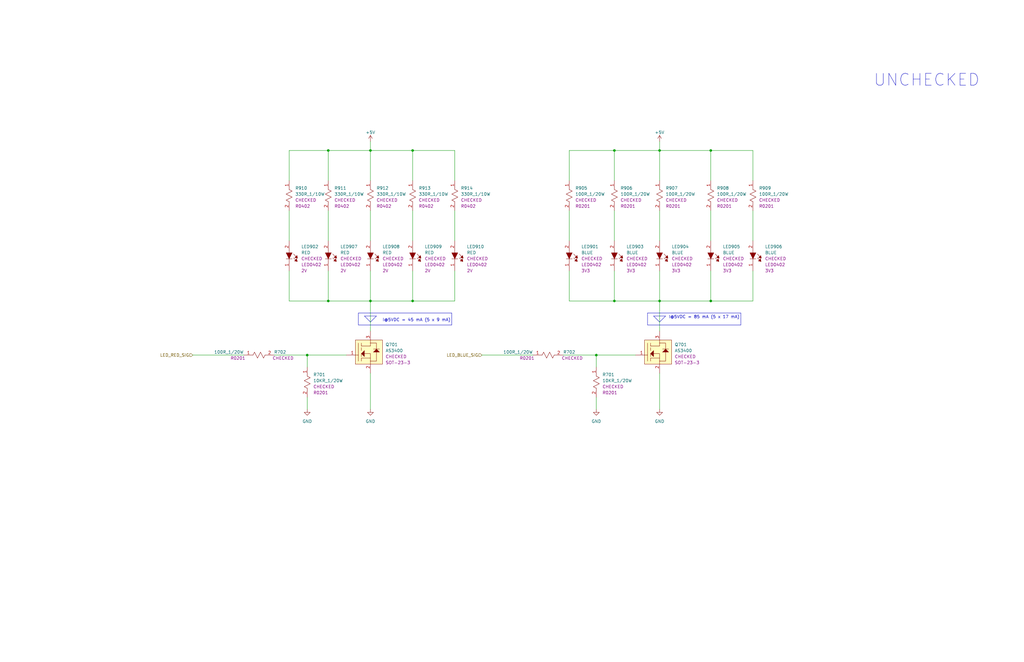
<source format=kicad_sch>
(kicad_sch (version 20230121) (generator eeschema)
  (paper "B")
  (lib_symbols
    (symbol "_SCHLIB_HotPlate:LED_BLUE_0402"
      (property "Reference" "LED" (at 2.54 5.08 0))
      (property "Value" "BLUE" (at 2.54 7.62 0))
      (property "SCH CHECK" "CHECKED" (at 2.54 22.86 0))
      (property "Package" "LED0402" (at 2.54 25.4 0))
      (property "VOLTAGE RATED" "3V3" (at 2.54 27.94 0))
      (symbol "LED_BLUE_0402_0_1"
        (polyline (pts (xy 5.588 1.905) (xy 6.604 2.794)))
        (polyline (pts (xy 7.239 1.905) (xy 8.001 2.667)))
        (polyline (pts (xy 7.62 -1.27) (xy 7.62 1.27)))
        (polyline (pts (xy 5.08 1.27) (xy 5.08 -1.27) (xy 7.62 0) (xy 5.08 1.27)) (fill (type outline)))
        (polyline (pts (xy 6.223 3.302) (xy 7.112 2.413) (xy 7.366 3.556) (xy 6.223 3.302)) (fill (type outline)))
        (polyline (pts (xy 7.62 3.175) (xy 8.509 2.286) (xy 8.763 3.429) (xy 7.62 3.175)) (fill (type outline)))
      )
      (symbol "LED_BLUE_0402_1_1"
        (pin passive line (at 12.7 0 180) (length 5.08) (name "") (number "1"))
        (pin passive line (at 0 0 0) (length 5.08) (name "") (number "2"))
      )
    )
    (symbol "_SCHLIB_HotPlate:LED_RED_0402"
      (property "Reference" "LED" (at 2.54 6.35 0))
      (property "Value" "RED" (at 2.54 8.89 0))
      (property "SCH CHECK" "CHECKED" (at 2.54 24.13 0))
      (property "Package" "LED0402" (at 2.54 26.67 0))
      (property "VOLTAGE RATED" "2V" (at 2.54 29.21 0))
      (symbol "LED_RED_0402_0_1"
        (polyline (pts (xy 5.588 1.905) (xy 6.604 2.794)))
        (polyline (pts (xy 7.239 1.905) (xy 8.001 2.667)))
        (polyline (pts (xy 7.62 -1.27) (xy 7.62 1.27)))
        (polyline (pts (xy 5.08 1.27) (xy 5.08 -1.27) (xy 7.62 0) (xy 5.08 1.27)) (fill (type outline)))
        (polyline (pts (xy 6.223 3.302) (xy 7.112 2.413) (xy 7.366 3.556) (xy 6.223 3.302)) (fill (type outline)))
        (polyline (pts (xy 7.62 3.175) (xy 8.509 2.286) (xy 8.763 3.429) (xy 7.62 3.175)) (fill (type outline)))
      )
      (symbol "LED_RED_0402_1_1"
        (pin passive line (at 12.7 0 180) (length 5.08) (name "") (number "1"))
        (pin passive line (at 0 0 0) (length 5.08) (name "") (number "2"))
      )
    )
    (symbol "_SCHLIB_HotPlate:Q_AS3400"
      (property "Reference" "Q" (at 2.54 2.54 0))
      (property "Value" "AS3400" (at 2.54 5.08 0))
      (property "SCH CHECK" "CHECKED" (at 2.54 20.32 0))
      (property "Package" "SOT-23-3" (at 2.54 22.86 0))
      (symbol "Q_AS3400_0_1"
        (polyline (pts (xy 5.08 -5.08) (xy 5.08 -12.7)))
        (polyline (pts (xy 6.35 -11.43) (xy 6.35 -12.7)))
        (polyline (pts (xy 6.35 -9.525) (xy 6.35 -10.795)))
        (polyline (pts (xy 6.35 -6.985) (xy 6.35 -8.255)))
        (polyline (pts (xy 6.35 -5.08) (xy 6.35 -6.35)))
        (polyline (pts (xy 11.43 -7.62) (xy 13.97 -7.62)))
        (polyline (pts (xy 6.35 -11.43) (xy 10.16 -11.43) (xy 10.16 -12.7)))
        (polyline (pts (xy 6.35 -6.35) (xy 10.16 -6.35) (xy 10.16 -5.08)))
        (polyline (pts (xy 10.16 -11.43) (xy 10.16 -9.525) (xy 6.35 -9.525)))
        (polyline (pts (xy 7.62 -8.255) (xy 6.35 -9.525) (xy 7.62 -10.795) (xy 7.62 -8.255)) (fill (type outline)))
        (polyline (pts (xy 10.16 -12.7) (xy 12.7 -12.7) (xy 12.7 -5.08) (xy 10.16 -5.08)))
        (polyline (pts (xy 11.43 -8.89) (xy 12.7 -7.62) (xy 13.97 -8.89) (xy 11.43 -8.89)) (fill (type outline)))
        (rectangle (start 3.81 -3.81) (end 15.24 -13.97) (fill (type background)))
      )
      (symbol "Q_AS3400_1_1"
        (pin passive line (at 0 -10.16 0) (length 5.08) (name "") (number "1"))
        (pin passive line (at 10.16 -17.78 90) (length 5.08) (name "") (number "2"))
        (pin passive line (at 10.16 0 270) (length 5.08) (name "") (number "3"))
      )
    )
    (symbol "_SCHLIB_HotPlate:RES_100R_1/20W-R0201"
      (property "Reference" "R" (at 2.54 3.81 0))
      (property "Value" "100R_1{slash}20W" (at 2.54 6.35 0))
      (property "SCH CHECK" "CHECKED" (at 2.54 21.59 0))
      (property "Package" "R0201" (at 2.54 24.13 0))
      (symbol "RES_100R_1/20W-R0201_0_0"
        (polyline (pts (xy 3.81 0) (xy 4.445 1.27) (xy 5.715 -1.27) (xy 6.985 1.27) (xy 8.255 -1.27) (xy 8.89 0)))
      )
      (symbol "RES_100R_1/20W-R0201_1_1"
        (pin passive line (at 0 0 0) (length 3.81) (name "") (number "1"))
        (pin passive line (at 12.7 0 180) (length 3.81) (name "") (number "2"))
      )
    )
    (symbol "_SCHLIB_HotPlate:RES_10KR_1/20W-R0201"
      (property "Reference" "R" (at 2.54 5.08 0))
      (property "Value" "10KR_1{slash}20W" (at 2.54 7.62 0))
      (property "SCH CHECK" "CHECKED" (at 2.54 22.86 0))
      (property "Package" "R0201" (at 2.54 25.4 0))
      (symbol "RES_10KR_1/20W-R0201_0_0"
        (polyline (pts (xy 3.81 0) (xy 4.445 1.27) (xy 5.715 -1.27) (xy 6.985 1.27) (xy 8.255 -1.27) (xy 8.89 0)))
      )
      (symbol "RES_10KR_1/20W-R0201_1_1"
        (pin passive line (at 0 0 0) (length 3.81) (name "") (number "1"))
        (pin passive line (at 12.7 0 180) (length 3.81) (name "") (number "2"))
      )
    )
    (symbol "_SCHLIB_HotPlate:RES_330R_1/10W-R0402"
      (property "Reference" "R" (at 3.81 5.08 0))
      (property "Value" "330R_1{slash}10W" (at 3.81 7.62 0))
      (property "SCH CHECK" "CHECKED" (at 3.81 22.86 0))
      (property "Package" "R0402" (at 3.81 25.4 0))
      (symbol "RES_330R_1/10W-R0402_0_0"
        (polyline (pts (xy 3.81 0) (xy 4.445 1.27) (xy 5.715 -1.27) (xy 6.985 1.27) (xy 8.255 -1.27) (xy 8.89 0)))
      )
      (symbol "RES_330R_1/10W-R0402_1_1"
        (pin passive line (at 0 0 0) (length 3.81) (name "") (number "1"))
        (pin passive line (at 12.7 0 180) (length 3.81) (name "") (number "2"))
      )
    )
    (symbol "power:+5V" (power) (pin_names (offset 0))
      (property "Value" "+5V" (at 0 3.556 0))
      (symbol "+5V_0_1"
        (polyline (pts (xy -0.762 1.27) (xy 0 2.54)))
        (polyline (pts (xy 0 0) (xy 0 2.54)))
        (polyline (pts (xy 0 2.54) (xy 0.762 1.27)))
      )
      (symbol "+5V_1_1"
        (pin power_in line (at 0 0 90) (length 0) hide (name "+5V") (number "1"))
      )
    )
    (symbol "power:GND" (power) (pin_names (offset 0))
      (property "Value" "GND" (at 0 -3.81 0))
      (symbol "GND_0_1"
        (polyline (pts (xy 0 0) (xy 0 -1.27) (xy 1.27 -1.27) (xy 0 -2.54) (xy -1.27 -1.27) (xy 0 -1.27)))
      )
      (symbol "GND_1_1"
        (pin power_in line (at 0 0 270) (length 0) hide (name "GND") (number "1"))
      )
    )
  )
  (junction (at 173.99 63.5))
  (junction (at 129.54 149.86))
  (junction (at 173.99 127))
  (junction (at 251.46 149.86))
  (junction (at 299.72 63.5))
  (junction (at 259.08 127))
  (junction (at 278.13 127))
  (junction (at 156.21 127))
  (junction (at 278.13 63.5))
  (junction (at 299.72 127))
  (junction (at 138.43 127))
  (junction (at 259.08 63.5))
  (junction (at 156.21 63.5))
  (junction (at 138.43 63.5))
  (wire (pts (xy 240.03 63.5) (xy 240.03 76.2)))
  (wire (pts (xy 299.72 88.9) (xy 299.72 101.6)))
  (wire (pts (xy 191.77 114.3) (xy 191.77 127)))
  (wire (pts (xy 156.21 127) (xy 156.21 139.7)))
  (wire (pts (xy 156.21 63.5) (xy 173.99 63.5)))
  (wire (pts (xy 156.21 88.9) (xy 156.21 101.6)))
  (wire (pts (xy 173.99 88.9) (xy 173.99 101.6)))
  (wire (pts (xy 121.92 88.9) (xy 121.92 101.6)))
  (wire (pts (xy 115.57 149.86) (xy 129.54 149.86)))
  (wire (pts (xy 278.13 88.9) (xy 278.13 101.6)))
  (wire (pts (xy 317.5 127) (xy 299.72 127)))
  (wire (pts (xy 129.54 149.86) (xy 146.05 149.86)))
  (wire (pts (xy 191.77 127) (xy 173.99 127)))
  (wire (pts (xy 259.08 127) (xy 278.13 127)))
  (wire (pts (xy 317.5 76.2) (xy 317.5 63.5)))
  (wire (pts (xy 138.43 63.5) (xy 156.21 63.5)))
  (wire (pts (xy 156.21 172.72) (xy 156.21 157.48)))
  (polyline (pts (xy 153.67 133.35) (xy 158.75 133.35)))
  (wire (pts (xy 191.77 63.5) (xy 191.77 76.2)))
  (wire (pts (xy 203.2 149.86) (xy 224.79 149.86)))
  (wire (pts (xy 259.08 114.3) (xy 259.08 127)))
  (polyline (pts (xy 153.67 133.35) (xy 156.21 135.89)))
  (wire (pts (xy 299.72 63.5) (xy 299.72 76.2)))
  (polyline (pts (xy 156.21 135.89) (xy 158.75 133.35)))
  (wire (pts (xy 173.99 63.5) (xy 173.99 76.2)))
  (wire (pts (xy 121.92 127) (xy 138.43 127)))
  (polyline (pts (xy 275.59 133.35) (xy 278.13 135.89)))
  (wire (pts (xy 259.08 88.9) (xy 259.08 101.6)))
  (wire (pts (xy 191.77 88.9) (xy 191.77 101.6)))
  (wire (pts (xy 138.43 76.2) (xy 138.43 63.5)))
  (wire (pts (xy 317.5 114.3) (xy 317.5 127)))
  (wire (pts (xy 240.03 114.3) (xy 240.03 127)))
  (wire (pts (xy 121.92 76.2) (xy 121.92 63.5)))
  (wire (pts (xy 129.54 172.72) (xy 129.54 167.64)))
  (wire (pts (xy 129.54 149.86) (xy 129.54 154.94)))
  (wire (pts (xy 278.13 114.3) (xy 278.13 127)))
  (wire (pts (xy 251.46 172.72) (xy 251.46 167.64)))
  (wire (pts (xy 121.92 63.5) (xy 138.43 63.5)))
  (wire (pts (xy 156.21 63.5) (xy 156.21 76.2)))
  (wire (pts (xy 251.46 149.86) (xy 267.97 149.86)))
  (wire (pts (xy 173.99 127) (xy 156.21 127)))
  (polyline (pts (xy 275.59 133.35) (xy 280.67 133.35)))
  (wire (pts (xy 240.03 88.9) (xy 240.03 101.6)))
  (wire (pts (xy 138.43 88.9) (xy 138.43 101.6)))
  (wire (pts (xy 240.03 127) (xy 259.08 127)))
  (wire (pts (xy 259.08 63.5) (xy 259.08 76.2)))
  (wire (pts (xy 156.21 114.3) (xy 156.21 127)))
  (wire (pts (xy 299.72 114.3) (xy 299.72 127)))
  (wire (pts (xy 237.49 149.86) (xy 251.46 149.86)))
  (wire (pts (xy 278.13 127) (xy 278.13 139.7)))
  (wire (pts (xy 299.72 127) (xy 278.13 127)))
  (wire (pts (xy 251.46 149.86) (xy 251.46 154.94)))
  (polyline (pts (xy 278.13 135.89) (xy 280.67 133.35)))
  (wire (pts (xy 81.28 149.86) (xy 102.87 149.86)))
  (wire (pts (xy 278.13 172.72) (xy 278.13 157.48)))
  (wire (pts (xy 259.08 63.5) (xy 240.03 63.5)))
  (wire (pts (xy 317.5 88.9) (xy 317.5 101.6)))
  (wire (pts (xy 156.21 59.69) (xy 156.21 63.5)))
  (wire (pts (xy 278.13 63.5) (xy 278.13 76.2)))
  (wire (pts (xy 278.13 59.69) (xy 278.13 63.5)))
  (wire (pts (xy 317.5 63.5) (xy 299.72 63.5)))
  (wire (pts (xy 278.13 63.5) (xy 259.08 63.5)))
  (wire (pts (xy 173.99 114.3) (xy 173.99 127)))
  (wire (pts (xy 121.92 114.3) (xy 121.92 127)))
  (wire (pts (xy 138.43 114.3) (xy 138.43 127)))
  (wire (pts (xy 173.99 63.5) (xy 191.77 63.5)))
  (wire (pts (xy 299.72 63.5) (xy 278.13 63.5)))
  (wire (pts (xy 138.43 127) (xy 156.21 127)))
  (rectangle (start 151.13 132.08) (end 190.5 137.16))
  (rectangle (start 273.05 132.08) (end 312.42 137.16))
  (text "I@5VDC = 45 mA (5 x 9 mA)" (at 161.29 135.89 0) (effects (font (size 1.27 1.27)) (justify left bottom)))
  (text "UNCHECKED" (at 368.3 36.83 0) (effects (font (size 5 5)) (justify left bottom)))
  (text "I@5VDC = 85 mA (5 x 17 mA)" (at 281.94 134.62 0) (effects (font (size 1.27 1.27)) (justify left bottom)))
  (hierarchical_label "LED_BLUE_SIG" (shape input) (at 203.2 149.86 180))
  (hierarchical_label "LED_RED_SIG" (shape input) (at 81.28 149.86 180))
  (symbol (lib_id "_SCHLIB_HotPlate:RES_100R_1/20W-R0201") (at 240.03 76.2 270) (unit 1)
    (property "Reference" "R905" (at 242.57 79.375 90) (effects (justify left)))
    (property "Value" "100R_1/20W" (at 242.57 81.915 90) (effects (justify left)))
    (property "Footprint" "Resistor_SMD:R_0201_0603Metric" (effects hide))
    (property "Datasheet" "https://www.seielect.com/Catalog/SEI-RMCF_RMCP.pdf" (effects hide))
    (property "Description" "100 Ohms ±1% 0.05W, 1/20W Chip Resistor 0201 (0603 Metric) Thick Film" (effects hide))
    (property "Part Number" "RMCF0201FT100R" (effects hide))
    (property "Link" "https://www.digikey.ca/en/products/detail/stackpole-electronics-inc/RMCF0201FT100R/1714988" (effects hide))
    (property "SCH CHECK" "CHECKED" (at 242.57 84.455 90) (effects (justify left)))
    (property "Package" "R0201" (at 242.57 86.995 90) (effects (justify left)))
  )
  (symbol (lib_id "_SCHLIB_HotPlate:RES_330R_1/10W-R0402") (at 121.92 76.2 270) (unit 1)
    (property "Reference" "R910" (at 124.46 79.375 90) (effects (justify left)))
    (property "Value" "330R_1/10W" (at 124.46 81.915 90) (effects (justify left)))
    (property "Footprint" "Resistor_SMD:R_0402_1005Metric" (effects hide))
    (property "Datasheet" "https://industrial.panasonic.com/cdbs/www-data/pdf/RDA0000/AOA0000C304.pdf" (effects hide))
    (property "Description" "330 Ohms ±1% 0.1W, 1/10W Chip Resistor 0402 (1005 Metric) Automotive AEC-Q200 Thick Film" (effects hide))
    (property "Part Number" "ERJ-2RKF3300X" (effects hide))
    (property "Link" "https://www.digikey.ca/en/products/detail/panasonic-electronic-components/ERJ-2RKF3300X/1746189" (effects hide))
    (property "SCH CHECK" "CHECKED" (at 124.46 84.455 90) (effects (justify left)))
    (property "Package" "R0402" (at 124.46 86.995 90) (effects (justify left)))
  )
  (symbol (lib_id "_SCHLIB_HotPlate:RES_10KR_1/20W-R0201") (at 129.54 154.94 270) (unit 1)
    (property "Reference" "R701" (at 132.08 158.115 90) (effects (justify left)))
    (property "Value" "10KR_1/20W" (at 132.08 160.655 90) (effects (justify left)))
    (property "Footprint" "Resistor_SMD:R_0201_0603Metric" (effects hide))
    (property "Datasheet" "https://www.seielect.com/Catalog/SEI-RMCF_RMCP.pdf" (effects hide))
    (property "Description" "10 kOhms ±1% 0.05W, 1/20W Chip Resistor 0201 (0603 Metric) Thick Film" (effects hide))
    (property "Part Number" "RMCF0201FT10K0" (effects hide))
    (property "Link" "https://www.digikey.ca/en/products/detail/stackpole-electronics-inc/RMCF0201FT10K0/1714990" (effects hide))
    (property "SCH CHECK" "CHECKED" (at 132.08 163.195 90) (effects (justify left)))
    (property "Package" "R0201" (at 132.08 165.735 90) (effects (justify left)))
    (instances (project "_HW_HotPlate" (path "" (reference "R701") (unit 1)) (path "" (reference "R902") (unit 1))))
  )
  (symbol (lib_id "_SCHLIB_HotPlate:LED_RED_0402") (at 121.92 101.6 270) (unit 1)
    (property "Reference" "LED902" (at 127 104.0765 90) (effects (justify left)))
    (property "Value" "RED" (at 127 106.6165 90) (effects (justify left)))
    (property "Footprint" "LED_SMD:LED_0402_1005Metric" (effects hide))
    (property "Datasheet" "https://media.digikey.com/pdf/Data%20Sheets/Harvatek%20PDFs/B2841USD-20D001014U1930.pdf" (effects hide))
    (property "Description" "Red 624nm LED Indication - Discrete 2V 0402 (1005 Metric)" (effects hide))
    (property "Part Number" "B2841USD-20D001014U1930" (effects hide))
    (property "Link" "https://www.digikey.ca/en/products/detail/harvatek-corporation/B2841USD-20D001014U1930/16729514?s=N4IgTCBcDaIEJgBwBYCMBVAygEQLRgAZsCDVTl1UBOAZgJAF0BfIA" (effects hide))
    (property "SCH CHECK" "CHECKED" (at 127 109.1565 90) (effects (justify left)))
    (property "Package" "LED0402" (at 127 111.6965 90) (effects (justify left)))
    (property "VOLTAGE RATED" "2V" (at 127 114.2365 90) (effects (justify left)))
  )
  (symbol (lib_id "power:+5V") (at 278.13 59.69 0) (unit 1)
    (property "Reference" "#PWR0902" (effects hide))
    (property "Value" "+5V" (at 278.13 55.88 0))
  )
  (symbol (lib_id "power:GND") (at 129.54 172.72 0) (unit 1)
    (property "Reference" "#PWR0702" (effects hide))
    (property "Value" "GND" (at 129.54 177.8 0))
    (instances (project "_HW_HotPlate" (path "" (reference "#PWR0702") (unit 1)) (path "" (reference "#PWR0903") (unit 1))))
  )
  (symbol (lib_id "_SCHLIB_HotPlate:LED_BLUE_0402") (at 278.13 101.6 270) (unit 1)
    (property "Reference" "LED904" (at 283.21 104.0765 90) (effects (justify left)))
    (property "Value" "BLUE" (at 283.21 106.6165 90) (effects (justify left)))
    (property "Footprint" "LED_SMD:LED_0402_1005Metric" (effects hide))
    (property "Datasheet" "https://media.digikey.com/pdf/Data%20Sheets/Harvatek%20PDFs/B2841NB--20C001414U1930.pdf" (effects hide))
    (property "Description" "Blue 470nm LED Indication - Discrete 3.3V 0402 (1005 Metric)" (effects hide))
    (property "Part Number" "B2841NB--20C001414U1930" (effects hide))
    (property "Link" "https://www.digikey.ca/en/products/detail/harvatek-corporation/B2841NB-20C001414U1930/16729522" (effects hide))
    (property "SCH CHECK" "CHECKED" (at 283.21 109.1565 90) (effects (justify left)))
    (property "Package" "LED0402" (at 283.21 111.6965 90) (effects (justify left)))
    (property "VOLTAGE RATED" "3V3" (at 283.21 114.2365 90) (effects (justify left)))
  )
  (symbol (lib_id "_SCHLIB_HotPlate:LED_BLUE_0402") (at 317.5 101.6 270) (unit 1)
    (property "Reference" "LED906" (at 322.58 104.0765 90) (effects (justify left)))
    (property "Value" "BLUE" (at 322.58 106.6165 90) (effects (justify left)))
    (property "Footprint" "LED_SMD:LED_0402_1005Metric" (effects hide))
    (property "Datasheet" "https://media.digikey.com/pdf/Data%20Sheets/Harvatek%20PDFs/B2841NB--20C001414U1930.pdf" (effects hide))
    (property "Description" "Blue 470nm LED Indication - Discrete 3.3V 0402 (1005 Metric)" (effects hide))
    (property "Part Number" "B2841NB--20C001414U1930" (effects hide))
    (property "Link" "https://www.digikey.ca/en/products/detail/harvatek-corporation/B2841NB-20C001414U1930/16729522" (effects hide))
    (property "SCH CHECK" "CHECKED" (at 322.58 109.1565 90) (effects (justify left)))
    (property "Package" "LED0402" (at 322.58 111.6965 90) (effects (justify left)))
    (property "VOLTAGE RATED" "3V3" (at 322.58 114.2365 90) (effects (justify left)))
  )
  (symbol (lib_id "_SCHLIB_HotPlate:LED_RED_0402") (at 138.43 101.6 270) (unit 1)
    (property "Reference" "LED907" (at 143.51 104.0765 90) (effects (justify left)))
    (property "Value" "RED" (at 143.51 106.6165 90) (effects (justify left)))
    (property "Footprint" "LED_SMD:LED_0402_1005Metric" (effects hide))
    (property "Datasheet" "https://media.digikey.com/pdf/Data%20Sheets/Harvatek%20PDFs/B2841USD-20D001014U1930.pdf" (effects hide))
    (property "Description" "Red 624nm LED Indication - Discrete 2V 0402 (1005 Metric)" (effects hide))
    (property "Part Number" "B2841USD-20D001014U1930" (effects hide))
    (property "Link" "https://www.digikey.ca/en/products/detail/harvatek-corporation/B2841USD-20D001014U1930/16729514?s=N4IgTCBcDaIEJgBwBYCMBVAygEQLRgAZsCDVTl1UBOAZgJAF0BfIA" (effects hide))
    (property "SCH CHECK" "CHECKED" (at 143.51 109.1565 90) (effects (justify left)))
    (property "Package" "LED0402" (at 143.51 111.6965 90) (effects (justify left)))
    (property "VOLTAGE RATED" "2V" (at 143.51 114.2365 90) (effects (justify left)))
  )
  (symbol (lib_id "_SCHLIB_HotPlate:Q_AS3400") (at 146.05 139.7 0) (unit 1)
    (property "Reference" "Q701" (at 162.56 145.415 0) (effects (justify left)))
    (property "Value" "AS3400" (at 162.56 147.955 0) (effects (justify left)))
    (property "Footprint" "Package_TO_SOT_SMD:SOT-23-3" (effects hide))
    (property "Datasheet" "https://media.digikey.com/pdf/Data%20Sheets/Anbon%20Semi%20PDFs/AS3400.pdf" (effects hide))
    (property "Description" "N-Channel 30 V 5.6A (Ta) 1.2W (Ta) Surface Mount SOT-23" (effects hide))
    (property "Part Number" "AS3400" (effects hide))
    (property "Link" "https://www.digikey.ca/en/products/detail/anbon-semiconductor-int-l-limited/AS3400/16708476" (effects hide))
    (property "SCH CHECK" "CHECKED" (at 162.56 150.495 0) (effects (justify left)))
    (property "Package" "SOT-23-3" (at 162.56 153.035 0) (effects (justify left)))
    (instances (project "_HW_HotPlate" (path "" (reference "Q701") (unit 1)) (path "" (reference "Q901") (unit 1))))
  )
  (symbol (lib_id "power:GND") (at 156.21 172.72 0) (unit 1)
    (property "Reference" "#PWR0701" (effects hide))
    (property "Value" "GND" (at 156.21 177.8 0))
    (instances (project "_HW_HotPlate" (path "" (reference "#PWR0701") (unit 1)) (path "" (reference "#PWR0904") (unit 1))))
  )
  (symbol (lib_id "_SCHLIB_HotPlate:LED_RED_0402") (at 156.21 101.6 270) (unit 1)
    (property "Reference" "LED908" (at 161.29 104.0765 90) (effects (justify left)))
    (property "Value" "RED" (at 161.29 106.6165 90) (effects (justify left)))
    (property "Footprint" "LED_SMD:LED_0402_1005Metric" (effects hide))
    (property "Datasheet" "https://media.digikey.com/pdf/Data%20Sheets/Harvatek%20PDFs/B2841USD-20D001014U1930.pdf" (effects hide))
    (property "Description" "Red 624nm LED Indication - Discrete 2V 0402 (1005 Metric)" (effects hide))
    (property "Part Number" "B2841USD-20D001014U1930" (effects hide))
    (property "Link" "https://www.digikey.ca/en/products/detail/harvatek-corporation/B2841USD-20D001014U1930/16729514?s=N4IgTCBcDaIEJgBwBYCMBVAygEQLRgAZsCDVTl1UBOAZgJAF0BfIA" (effects hide))
    (property "SCH CHECK" "CHECKED" (at 161.29 109.1565 90) (effects (justify left)))
    (property "Package" "LED0402" (at 161.29 111.6965 90) (effects (justify left)))
    (property "VOLTAGE RATED" "2V" (at 161.29 114.2365 90) (effects (justify left)))
  )
  (symbol (lib_id "_SCHLIB_HotPlate:LED_BLUE_0402") (at 259.08 101.6 270) (unit 1)
    (property "Reference" "LED903" (at 264.16 104.0765 90) (effects (justify left)))
    (property "Value" "BLUE" (at 264.16 106.6165 90) (effects (justify left)))
    (property "Footprint" "LED_SMD:LED_0402_1005Metric" (effects hide))
    (property "Datasheet" "https://media.digikey.com/pdf/Data%20Sheets/Harvatek%20PDFs/B2841NB--20C001414U1930.pdf" (effects hide))
    (property "Description" "Blue 470nm LED Indication - Discrete 3.3V 0402 (1005 Metric)" (effects hide))
    (property "Part Number" "B2841NB--20C001414U1930" (effects hide))
    (property "Link" "https://www.digikey.ca/en/products/detail/harvatek-corporation/B2841NB-20C001414U1930/16729522" (effects hide))
    (property "SCH CHECK" "CHECKED" (at 264.16 109.1565 90) (effects (justify left)))
    (property "Package" "LED0402" (at 264.16 111.6965 90) (effects (justify left)))
    (property "VOLTAGE RATED" "3V3" (at 264.16 114.2365 90) (effects (justify left)))
  )
  (symbol (lib_id "_SCHLIB_HotPlate:LED_BLUE_0402") (at 299.72 101.6 270) (unit 1)
    (property "Reference" "LED905" (at 304.8 104.0765 90) (effects (justify left)))
    (property "Value" "BLUE" (at 304.8 106.6165 90) (effects (justify left)))
    (property "Footprint" "LED_SMD:LED_0402_1005Metric" (effects hide))
    (property "Datasheet" "https://media.digikey.com/pdf/Data%20Sheets/Harvatek%20PDFs/B2841NB--20C001414U1930.pdf" (effects hide))
    (property "Description" "Blue 470nm LED Indication - Discrete 3.3V 0402 (1005 Metric)" (effects hide))
    (property "Part Number" "B2841NB--20C001414U1930" (effects hide))
    (property "Link" "https://www.digikey.ca/en/products/detail/harvatek-corporation/B2841NB-20C001414U1930/16729522" (effects hide))
    (property "SCH CHECK" "CHECKED" (at 304.8 109.1565 90) (effects (justify left)))
    (property "Package" "LED0402" (at 304.8 111.6965 90) (effects (justify left)))
    (property "VOLTAGE RATED" "3V3" (at 304.8 114.2365 90) (effects (justify left)))
  )
  (symbol (lib_id "_SCHLIB_HotPlate:RES_330R_1/10W-R0402") (at 173.99 76.2 270) (unit 1)
    (property "Reference" "R913" (at 176.53 79.375 90) (effects (justify left)))
    (property "Value" "330R_1/10W" (at 176.53 81.915 90) (effects (justify left)))
    (property "Footprint" "Resistor_SMD:R_0402_1005Metric" (effects hide))
    (property "Datasheet" "https://industrial.panasonic.com/cdbs/www-data/pdf/RDA0000/AOA0000C304.pdf" (effects hide))
    (property "Description" "330 Ohms ±1% 0.1W, 1/10W Chip Resistor 0402 (1005 Metric) Automotive AEC-Q200 Thick Film" (effects hide))
    (property "Part Number" "ERJ-2RKF3300X" (effects hide))
    (property "Link" "https://www.digikey.ca/en/products/detail/panasonic-electronic-components/ERJ-2RKF3300X/1746189" (effects hide))
    (property "SCH CHECK" "CHECKED" (at 176.53 84.455 90) (effects (justify left)))
    (property "Package" "R0402" (at 176.53 86.995 90) (effects (justify left)))
  )
  (symbol (lib_id "power:GND") (at 251.46 172.72 0) (unit 1)
    (property "Reference" "#PWR0702" (effects hide))
    (property "Value" "GND" (at 251.46 177.8 0))
    (instances (project "_HW_HotPlate" (path "" (reference "#PWR0702") (unit 1)) (path "" (reference "#PWR0905") (unit 1))))
  )
  (symbol (lib_id "power:GND") (at 278.13 172.72 0) (unit 1)
    (property "Reference" "#PWR0701" (effects hide))
    (property "Value" "GND" (at 278.13 177.8 0))
    (instances (project "_HW_HotPlate" (path "" (reference "#PWR0701") (unit 1)) (path "" (reference "#PWR0906") (unit 1))))
  )
  (symbol (lib_id "_SCHLIB_HotPlate:Q_AS3400") (at 267.97 139.7 0) (unit 1)
    (property "Reference" "Q701" (at 284.48 145.415 0) (effects (justify left)))
    (property "Value" "AS3400" (at 284.48 147.955 0) (effects (justify left)))
    (property "Footprint" "Package_TO_SOT_SMD:SOT-23-3" (effects hide))
    (property "Datasheet" "https://media.digikey.com/pdf/Data%20Sheets/Anbon%20Semi%20PDFs/AS3400.pdf" (effects hide))
    (property "Description" "N-Channel 30 V 5.6A (Ta) 1.2W (Ta) Surface Mount SOT-23" (effects hide))
    (property "Part Number" "AS3400" (effects hide))
    (property "Link" "https://www.digikey.ca/en/products/detail/anbon-semiconductor-int-l-limited/AS3400/16708476" (effects hide))
    (property "SCH CHECK" "CHECKED" (at 284.48 150.495 0) (effects (justify left)))
    (property "Package" "SOT-23-3" (at 284.48 153.035 0) (effects (justify left)))
    (instances (project "_HW_HotPlate" (path "" (reference "Q701") (unit 1)) (path "" (reference "Q902") (unit 1))))
  )
  (symbol (lib_id "_SCHLIB_HotPlate:LED_RED_0402") (at 191.77 101.6 270) (unit 1)
    (property "Reference" "LED910" (at 196.85 104.0765 90) (effects (justify left)))
    (property "Value" "RED" (at 196.85 106.6165 90) (effects (justify left)))
    (property "Footprint" "LED_SMD:LED_0402_1005Metric" (effects hide))
    (property "Datasheet" "https://media.digikey.com/pdf/Data%20Sheets/Harvatek%20PDFs/B2841USD-20D001014U1930.pdf" (effects hide))
    (property "Description" "Red 624nm LED Indication - Discrete 2V 0402 (1005 Metric)" (effects hide))
    (property "Part Number" "B2841USD-20D001014U1930" (effects hide))
    (property "Link" "https://www.digikey.ca/en/products/detail/harvatek-corporation/B2841USD-20D001014U1930/16729514?s=N4IgTCBcDaIEJgBwBYCMBVAygEQLRgAZsCDVTl1UBOAZgJAF0BfIA" (effects hide))
    (property "SCH CHECK" "CHECKED" (at 196.85 109.1565 90) (effects (justify left)))
    (property "Package" "LED0402" (at 196.85 111.6965 90) (effects (justify left)))
    (property "VOLTAGE RATED" "2V" (at 196.85 114.2365 90) (effects (justify left)))
  )
  (symbol (lib_id "_SCHLIB_HotPlate:RES_100R_1/20W-R0201") (at 299.72 76.2 270) (unit 1)
    (property "Reference" "R908" (at 302.26 79.375 90) (effects (justify left)))
    (property "Value" "100R_1/20W" (at 302.26 81.915 90) (effects (justify left)))
    (property "Footprint" "Resistor_SMD:R_0201_0603Metric" (effects hide))
    (property "Datasheet" "https://www.seielect.com/Catalog/SEI-RMCF_RMCP.pdf" (effects hide))
    (property "Description" "100 Ohms ±1% 0.05W, 1/20W Chip Resistor 0201 (0603 Metric) Thick Film" (effects hide))
    (property "Part Number" "RMCF0201FT100R" (effects hide))
    (property "Link" "https://www.digikey.ca/en/products/detail/stackpole-electronics-inc/RMCF0201FT100R/1714988" (effects hide))
    (property "SCH CHECK" "CHECKED" (at 302.26 84.455 90) (effects (justify left)))
    (property "Package" "R0201" (at 302.26 86.995 90) (effects (justify left)))
  )
  (symbol (lib_id "_SCHLIB_HotPlate:RES_10KR_1/20W-R0201") (at 251.46 154.94 270) (unit 1)
    (property "Reference" "R701" (at 254 158.115 90) (effects (justify left)))
    (property "Value" "10KR_1/20W" (at 254 160.655 90) (effects (justify left)))
    (property "Footprint" "Resistor_SMD:R_0201_0603Metric" (effects hide))
    (property "Datasheet" "https://www.seielect.com/Catalog/SEI-RMCF_RMCP.pdf" (effects hide))
    (property "Description" "10 kOhms ±1% 0.05W, 1/20W Chip Resistor 0201 (0603 Metric) Thick Film" (effects hide))
    (property "Part Number" "RMCF0201FT10K0" (effects hide))
    (property "Link" "https://www.digikey.ca/en/products/detail/stackpole-electronics-inc/RMCF0201FT10K0/1714990" (effects hide))
    (property "SCH CHECK" "CHECKED" (at 254 163.195 90) (effects (justify left)))
    (property "Package" "R0201" (at 254 165.735 90) (effects (justify left)))
    (instances (project "_HW_HotPlate" (path "" (reference "R701") (unit 1)) (path "" (reference "R904") (unit 1))))
  )
  (symbol (lib_id "_SCHLIB_HotPlate:RES_330R_1/10W-R0402") (at 138.43 76.2 270) (unit 1)
    (property "Reference" "R911" (at 140.97 79.375 90) (effects (justify left)))
    (property "Value" "330R_1/10W" (at 140.97 81.915 90) (effects (justify left)))
    (property "Footprint" "Resistor_SMD:R_0402_1005Metric" (effects hide))
    (property "Datasheet" "https://industrial.panasonic.com/cdbs/www-data/pdf/RDA0000/AOA0000C304.pdf" (effects hide))
    (property "Description" "330 Ohms ±1% 0.1W, 1/10W Chip Resistor 0402 (1005 Metric) Automotive AEC-Q200 Thick Film" (effects hide))
    (property "Part Number" "ERJ-2RKF3300X" (effects hide))
    (property "Link" "https://www.digikey.ca/en/products/detail/panasonic-electronic-components/ERJ-2RKF3300X/1746189" (effects hide))
    (property "SCH CHECK" "CHECKED" (at 140.97 84.455 90) (effects (justify left)))
    (property "Package" "R0402" (at 140.97 86.995 90) (effects (justify left)))
  )
  (symbol (lib_id "power:+5V") (at 156.21 59.69 0) (unit 1)
    (property "Reference" "#PWR0901" (effects hide))
    (property "Value" "+5V" (at 156.21 55.88 0))
  )
  (symbol (lib_id "_SCHLIB_HotPlate:RES_100R_1/20W-R0201") (at 224.79 149.86 0) (unit 1)
    (property "Reference" "R702" (at 240.03 148.59 0))
    (property "Value" "100R_1/20W" (at 218.44 148.59 0))
    (property "Footprint" "Resistor_SMD:R_0201_0603Metric" (effects hide))
    (property "Datasheet" "https://www.seielect.com/Catalog/SEI-RMCF_RMCP.pdf" (effects hide))
    (property "Description" "100 Ohms ±1% 0.05W, 1/20W Chip Resistor 0201 (0603 Metric) Thick Film" (effects hide))
    (property "Part Number" "RMCF0201FT100R" (effects hide))
    (property "Link" "https://www.digikey.ca/en/products/detail/stackpole-electronics-inc/RMCF0201FT100R/1714988" (effects hide))
    (property "SCH CHECK" "CHECKED" (at 241.3 151.13 0))
    (property "Package" "R0201" (at 222.25 151.13 0))
    (instances (project "_HW_HotPlate" (path "" (reference "R702") (unit 1)) (path "" (reference "R903") (unit 1))))
  )
  (symbol (lib_id "_SCHLIB_HotPlate:RES_100R_1/20W-R0201") (at 102.87 149.86 0) (unit 1)
    (property "Reference" "R702" (at 118.11 148.59 0))
    (property "Value" "100R_1/20W" (at 96.52 148.59 0))
    (property "Footprint" "Resistor_SMD:R_0201_0603Metric" (effects hide))
    (property "Datasheet" "https://www.seielect.com/Catalog/SEI-RMCF_RMCP.pdf" (effects hide))
    (property "Description" "100 Ohms ±1% 0.05W, 1/20W Chip Resistor 0201 (0603 Metric) Thick Film" (effects hide))
    (property "Part Number" "RMCF0201FT100R" (effects hide))
    (property "Link" "https://www.digikey.ca/en/products/detail/stackpole-electronics-inc/RMCF0201FT100R/1714988" (effects hide))
    (property "SCH CHECK" "CHECKED" (at 119.38 151.13 0))
    (property "Package" "R0201" (at 100.33 151.13 0))
    (instances (project "_HW_HotPlate" (path "" (reference "R702") (unit 1)) (path "" (reference "R901") (unit 1))))
  )
  (symbol (lib_id "_SCHLIB_HotPlate:RES_330R_1/10W-R0402") (at 191.77 76.2 270) (unit 1)
    (property "Reference" "R914" (at 194.31 79.375 90) (effects (justify left)))
    (property "Value" "330R_1/10W" (at 194.31 81.915 90) (effects (justify left)))
    (property "Footprint" "Resistor_SMD:R_0402_1005Metric" (effects hide))
    (property "Datasheet" "https://industrial.panasonic.com/cdbs/www-data/pdf/RDA0000/AOA0000C304.pdf" (effects hide))
    (property "Description" "330 Ohms ±1% 0.1W, 1/10W Chip Resistor 0402 (1005 Metric) Automotive AEC-Q200 Thick Film" (effects hide))
    (property "Part Number" "ERJ-2RKF3300X" (effects hide))
    (property "Link" "https://www.digikey.ca/en/products/detail/panasonic-electronic-components/ERJ-2RKF3300X/1746189" (effects hide))
    (property "SCH CHECK" "CHECKED" (at 194.31 84.455 90) (effects (justify left)))
    (property "Package" "R0402" (at 194.31 86.995 90) (effects (justify left)))
  )
  (symbol (lib_id "_SCHLIB_HotPlate:RES_100R_1/20W-R0201") (at 317.5 76.2 270) (unit 1)
    (property "Reference" "R909" (at 320.04 79.375 90) (effects (justify left)))
    (property "Value" "100R_1/20W" (at 320.04 81.915 90) (effects (justify left)))
    (property "Footprint" "Resistor_SMD:R_0201_0603Metric" (effects hide))
    (property "Datasheet" "https://www.seielect.com/Catalog/SEI-RMCF_RMCP.pdf" (effects hide))
    (property "Description" "100 Ohms ±1% 0.05W, 1/20W Chip Resistor 0201 (0603 Metric) Thick Film" (effects hide))
    (property "Part Number" "RMCF0201FT100R" (effects hide))
    (property "Link" "https://www.digikey.ca/en/products/detail/stackpole-electronics-inc/RMCF0201FT100R/1714988" (effects hide))
    (property "SCH CHECK" "CHECKED" (at 320.04 84.455 90) (effects (justify left)))
    (property "Package" "R0201" (at 320.04 86.995 90) (effects (justify left)))
  )
  (symbol (lib_id "_SCHLIB_HotPlate:RES_100R_1/20W-R0201") (at 278.13 76.2 270) (unit 1)
    (property "Reference" "R907" (at 280.67 79.375 90) (effects (justify left)))
    (property "Value" "100R_1/20W" (at 280.67 81.915 90) (effects (justify left)))
    (property "Footprint" "Resistor_SMD:R_0201_0603Metric" (effects hide))
    (property "Datasheet" "https://www.seielect.com/Catalog/SEI-RMCF_RMCP.pdf" (effects hide))
    (property "Description" "100 Ohms ±1% 0.05W, 1/20W Chip Resistor 0201 (0603 Metric) Thick Film" (effects hide))
    (property "Part Number" "RMCF0201FT100R" (effects hide))
    (property "Link" "https://www.digikey.ca/en/products/detail/stackpole-electronics-inc/RMCF0201FT100R/1714988" (effects hide))
    (property "SCH CHECK" "CHECKED" (at 280.67 84.455 90) (effects (justify left)))
    (property "Package" "R0201" (at 280.67 86.995 90) (effects (justify left)))
  )
  (symbol (lib_id "_SCHLIB_HotPlate:RES_330R_1/10W-R0402") (at 156.21 76.2 270) (unit 1)
    (property "Reference" "R912" (at 158.75 79.375 90) (effects (justify left)))
    (property "Value" "330R_1/10W" (at 158.75 81.915 90) (effects (justify left)))
    (property "Footprint" "Resistor_SMD:R_0402_1005Metric" (effects hide))
    (property "Datasheet" "https://industrial.panasonic.com/cdbs/www-data/pdf/RDA0000/AOA0000C304.pdf" (effects hide))
    (property "Description" "330 Ohms ±1% 0.1W, 1/10W Chip Resistor 0402 (1005 Metric) Automotive AEC-Q200 Thick Film" (effects hide))
    (property "Part Number" "ERJ-2RKF3300X" (effects hide))
    (property "Link" "https://www.digikey.ca/en/products/detail/panasonic-electronic-components/ERJ-2RKF3300X/1746189" (effects hide))
    (property "SCH CHECK" "CHECKED" (at 158.75 84.455 90) (effects (justify left)))
    (property "Package" "R0402" (at 158.75 86.995 90) (effects (justify left)))
  )
  (symbol (lib_id "_SCHLIB_HotPlate:RES_100R_1/20W-R0201") (at 259.08 76.2 270) (unit 1)
    (property "Reference" "R906" (at 261.62 79.375 90) (effects (justify left)))
    (property "Value" "100R_1/20W" (at 261.62 81.915 90) (effects (justify left)))
    (property "Footprint" "Resistor_SMD:R_0201_0603Metric" (effects hide))
    (property "Datasheet" "https://www.seielect.com/Catalog/SEI-RMCF_RMCP.pdf" (effects hide))
    (property "Description" "100 Ohms ±1% 0.05W, 1/20W Chip Resistor 0201 (0603 Metric) Thick Film" (effects hide))
    (property "Part Number" "RMCF0201FT100R" (effects hide))
    (property "Link" "https://www.digikey.ca/en/products/detail/stackpole-electronics-inc/RMCF0201FT100R/1714988" (effects hide))
    (property "SCH CHECK" "CHECKED" (at 261.62 84.455 90) (effects (justify left)))
    (property "Package" "R0201" (at 261.62 86.995 90) (effects (justify left)))
  )
  (symbol (lib_id "_SCHLIB_HotPlate:LED_BLUE_0402") (at 240.03 101.6 270) (unit 1)
    (property "Reference" "LED901" (at 245.11 104.0765 90) (effects (justify left)))
    (property "Value" "BLUE" (at 245.11 106.6165 90) (effects (justify left)))
    (property "Footprint" "LED_SMD:LED_0402_1005Metric" (effects hide))
    (property "Datasheet" "https://media.digikey.com/pdf/Data%20Sheets/Harvatek%20PDFs/B2841NB--20C001414U1930.pdf" (effects hide))
    (property "Description" "Blue 470nm LED Indication - Discrete 3.3V 0402 (1005 Metric)" (effects hide))
    (property "Part Number" "B2841NB--20C001414U1930" (effects hide))
    (property "Link" "https://www.digikey.ca/en/products/detail/harvatek-corporation/B2841NB-20C001414U1930/16729522" (effects hide))
    (property "SCH CHECK" "CHECKED" (at 245.11 109.1565 90) (effects (justify left)))
    (property "Package" "LED0402" (at 245.11 111.6965 90) (effects (justify left)))
    (property "VOLTAGE RATED" "3V3" (at 245.11 114.2365 90) (effects (justify left)))
  )
  (symbol (lib_id "_SCHLIB_HotPlate:LED_RED_0402") (at 173.99 101.6 270) (unit 1)
    (property "Reference" "LED909" (at 179.07 104.0765 90) (effects (justify left)))
    (property "Value" "RED" (at 179.07 106.6165 90) (effects (justify left)))
    (property "Footprint" "LED_SMD:LED_0402_1005Metric" (effects hide))
    (property "Datasheet" "https://media.digikey.com/pdf/Data%20Sheets/Harvatek%20PDFs/B2841USD-20D001014U1930.pdf" (effects hide))
    (property "Description" "Red 624nm LED Indication - Discrete 2V 0402 (1005 Metric)" (effects hide))
    (property "Part Number" "B2841USD-20D001014U1930" (effects hide))
    (property "Link" "https://www.digikey.ca/en/products/detail/harvatek-corporation/B2841USD-20D001014U1930/16729514?s=N4IgTCBcDaIEJgBwBYCMBVAygEQLRgAZsCDVTl1UBOAZgJAF0BfIA" (effects hide))
    (property "SCH CHECK" "CHECKED" (at 179.07 109.1565 90) (effects (justify left)))
    (property "Package" "LED0402" (at 179.07 111.6965 90) (effects (justify left)))
    (property "VOLTAGE RATED" "2V" (at 179.07 114.2365 90) (effects (justify left)))
  )
)
</source>
